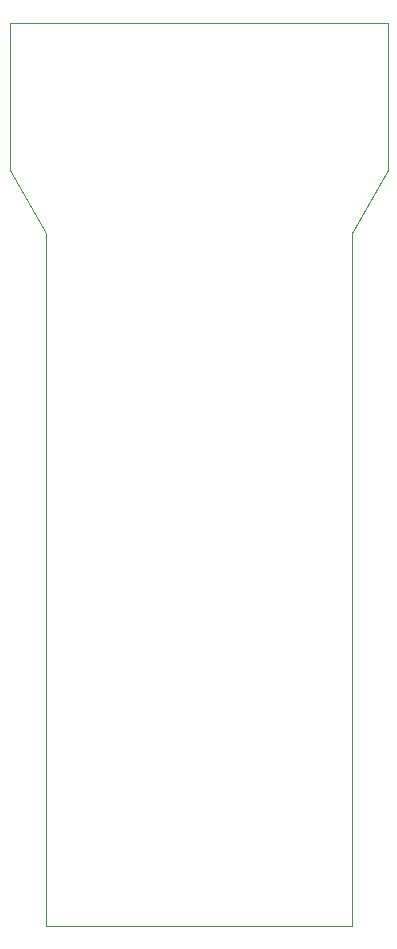
<source format=gbr>
%TF.GenerationSoftware,KiCad,Pcbnew,8.0.0*%
%TF.CreationDate,2025-04-28T20:28:04+05:30*%
%TF.ProjectId,ATA6503_mikrobus,41544136-3530-4335-9f6d-696b726f6275,rev?*%
%TF.SameCoordinates,Original*%
%TF.FileFunction,Profile,NP*%
%FSLAX46Y46*%
G04 Gerber Fmt 4.6, Leading zero omitted, Abs format (unit mm)*
G04 Created by KiCad (PCBNEW 8.0.0) date 2025-04-28 20:28:04*
%MOMM*%
%LPD*%
G01*
G04 APERTURE LIST*
%TA.AperFunction,Profile*%
%ADD10C,0.050000*%
%TD*%
G04 APERTURE END LIST*
D10*
X111760000Y-121920000D02*
X137160000Y-121920000D01*
X111506000Y-63246000D02*
X108458000Y-57912000D01*
X108458000Y-57912000D02*
X108458000Y-45466000D01*
X137414000Y-63246000D02*
X140462000Y-57912000D01*
X137414000Y-121920000D02*
X137414000Y-63246000D01*
X111506000Y-121920000D02*
X111506000Y-63246000D01*
X111760000Y-121920000D02*
X111506000Y-121920000D01*
X108458000Y-45466000D02*
X140462000Y-45466000D01*
X140462000Y-45466000D02*
X140462000Y-57912000D01*
X137160000Y-121920000D02*
X137414000Y-121920000D01*
M02*

</source>
